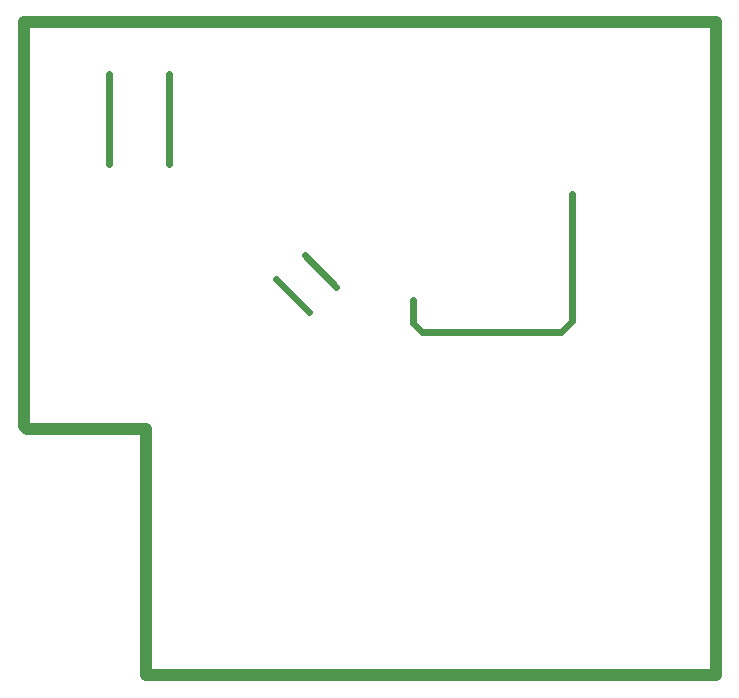
<source format=gko>
G04 Layer_Color=16711935*
%FSAX24Y24*%
%MOIN*%
G70*
G01*
G75*
%ADD30C,0.0236*%
%ADD64C,0.0394*%
D30*
X012715Y045601D02*
X012715Y048601D01*
X014719Y045600D02*
X014719Y048600D01*
X019250Y042550D02*
X020300Y041500D01*
X018300Y041750D02*
X019400Y040650D01*
X022850Y040300D02*
X022850Y041050D01*
X022850Y040300D02*
X023150Y040000D01*
X027800Y040000D01*
X028150Y040350D01*
X028150Y044600D01*
D64*
X013950Y032800D02*
X013950Y036750D01*
X009878Y036872D02*
X010000Y036750D01*
X013950Y036750D01*
X013950Y028550D02*
X013950Y032800D01*
X009878Y036872D02*
X009878Y050322D01*
X032950Y028550D02*
X032950Y050322D01*
X009878Y050322D02*
X032950Y050322D01*
X013950Y028550D02*
X032950Y028550D01*
M02*

</source>
